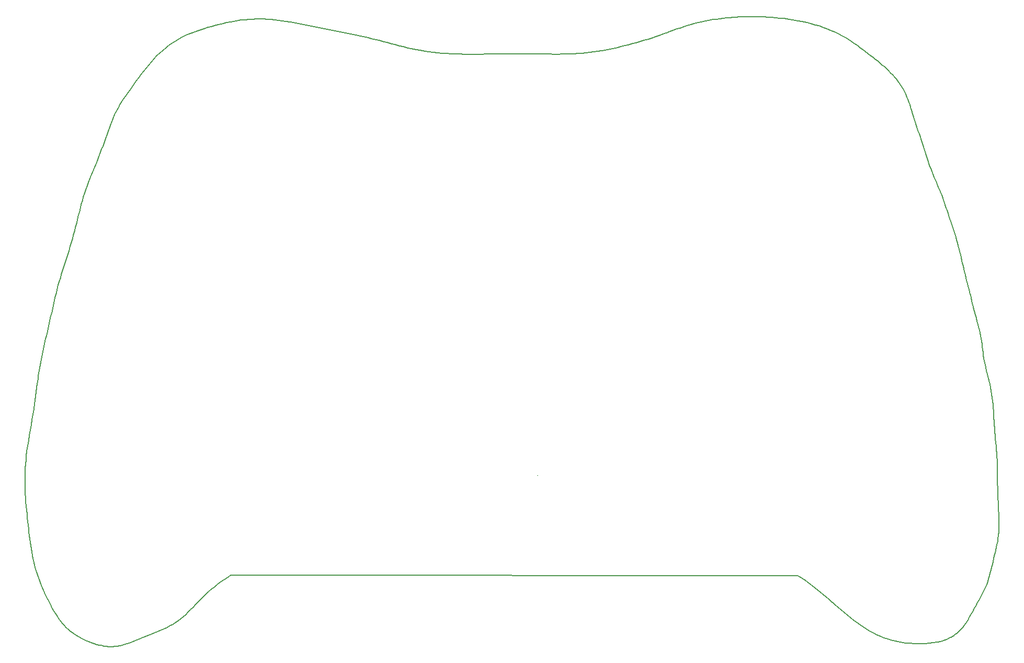
<source format=gm1>
%TF.GenerationSoftware,KiCad,Pcbnew,9.0.2*%
%TF.CreationDate,2025-07-07T16:52:20+05:30*%
%TF.ProjectId,Joystick,4a6f7973-7469-4636-9b2e-6b696361645f,rev?*%
%TF.SameCoordinates,Original*%
%TF.FileFunction,Profile,NP*%
%FSLAX46Y46*%
G04 Gerber Fmt 4.6, Leading zero omitted, Abs format (unit mm)*
G04 Created by KiCad (PCBNEW 9.0.2) date 2025-07-07 16:52:20*
%MOMM*%
%LPD*%
G01*
G04 APERTURE LIST*
%TA.AperFunction,Profile*%
%ADD10C,0.200000*%
%TD*%
%ADD11C,0.200000*%
%TA.AperFunction,Profile*%
%ADD12C,0.100050*%
%TD*%
G04 APERTURE END LIST*
D10*
X108615333Y-155448446D02*
X108359171Y-155190929D01*
X105052776Y-110033479D02*
X104885513Y-110792175D01*
X127974032Y-153420545D02*
X128449634Y-152963912D01*
X151290336Y-58689091D02*
X151799321Y-58788104D01*
X153818986Y-59184006D02*
X154320638Y-59284815D01*
X255409327Y-152930860D02*
X255722057Y-152354129D01*
X118182473Y-158237383D02*
X118833417Y-158024752D01*
D11*
X258851217Y-121608315D02*
X258840913Y-121415219D01*
X258834371Y-121292245D01*
X258825252Y-121120891D01*
X258816121Y-120949970D01*
D10*
X191629337Y-62534930D02*
X192138307Y-62495226D01*
X175299124Y-62663529D02*
X174454077Y-62668720D01*
X160077453Y-60651076D02*
X159317367Y-60449949D01*
X128089911Y-59598870D02*
X127404405Y-59922178D01*
X256879699Y-150221694D02*
X256698447Y-150560004D01*
X218586830Y-56579744D02*
X218963286Y-56571416D01*
X215642183Y-56768995D02*
X214988585Y-56838764D01*
X250577951Y-85975904D02*
X250692672Y-86291177D01*
X251412634Y-88418441D02*
X251532785Y-88775203D01*
X257433235Y-112944274D02*
X257520601Y-113352872D01*
X107732747Y-98810858D02*
X107513641Y-99565945D01*
X147451986Y-57933020D02*
X147963055Y-58033320D01*
X109326435Y-93764126D02*
X109479640Y-93257907D01*
X106189767Y-105067858D02*
X106023765Y-105810895D01*
X102367120Y-137673438D02*
X102315664Y-137182685D01*
X244578614Y-157992959D02*
X244085369Y-157928859D01*
X225680750Y-57004474D02*
X226258201Y-57089172D01*
X116127957Y-73320275D02*
X116311925Y-72884102D01*
X152559344Y-58935897D02*
X153064591Y-59034521D01*
X258417468Y-117260312D02*
X258495949Y-117698844D01*
X163996017Y-61639155D02*
X164536340Y-61757738D01*
X259138985Y-143022170D02*
X259050648Y-143384148D01*
X168160928Y-62353133D02*
X168730744Y-62417449D01*
X102500120Y-138863521D02*
X102582118Y-139552831D01*
X259431892Y-130675509D02*
X259435746Y-131112300D01*
X247982187Y-79263826D02*
X248078880Y-79576619D01*
X121238684Y-65408409D02*
X121562440Y-64994090D01*
X180832129Y-62585525D02*
X180008077Y-62591733D01*
X140085723Y-56968125D02*
X139376456Y-56969181D01*
X102500120Y-138863521D02*
X102446071Y-138396078D01*
X254109092Y-97950083D02*
X254204000Y-98325799D01*
X109698932Y-92498278D02*
X109479640Y-93257907D01*
X204127265Y-59812905D02*
X204598606Y-59650865D01*
X259413089Y-129584109D02*
X259391662Y-128924409D01*
X255760508Y-104537305D02*
X255607816Y-103969388D01*
X143687475Y-57269947D02*
X144179165Y-57342348D01*
X208671885Y-58198995D02*
X207995562Y-58426430D01*
X102302156Y-126970689D02*
X102373421Y-126454129D01*
X113959084Y-79244316D02*
X114144233Y-78765198D01*
X227675573Y-147460970D02*
X228064388Y-147712935D01*
X119706709Y-67440637D02*
X120000213Y-67044542D01*
X219542766Y-56568167D02*
X218963286Y-56571416D01*
X233753395Y-59407958D02*
X234201682Y-59642570D01*
X256523663Y-107380564D02*
X256609959Y-107752788D01*
X229075111Y-148439092D02*
X229545562Y-148799920D01*
X256284849Y-106439546D02*
X256385145Y-106818125D01*
X153818986Y-59184006D02*
X153064591Y-59034521D01*
X183583129Y-62596880D02*
X184134051Y-62604256D01*
X123414559Y-156145043D02*
X124023179Y-155898973D01*
X135299559Y-147045210D02*
X134839179Y-147330850D01*
X259627901Y-140097463D02*
X259593491Y-140526462D01*
X123859264Y-62427368D02*
X123297273Y-62983091D01*
X256722061Y-108303530D02*
X256789552Y-108667685D01*
X248817535Y-81699284D02*
X248622573Y-81189272D01*
X257306095Y-149382131D02*
X257142643Y-149717880D01*
X103152645Y-121895825D02*
X103022171Y-122660521D01*
X130367795Y-150983263D02*
X130036676Y-151320349D01*
X112528813Y-82757940D02*
X112254384Y-83452552D01*
X259455487Y-132902027D02*
X259444508Y-132219504D01*
X103727394Y-117949738D02*
X103797636Y-117411024D01*
X256414653Y-151079403D02*
X256698447Y-150560004D01*
X259095686Y-125027505D02*
X259034246Y-124328579D01*
X108118408Y-97551555D02*
X108278129Y-97047541D01*
X104717181Y-148898032D02*
X104523171Y-148425663D01*
X134108668Y-57676600D02*
X133377063Y-57850406D01*
X249171795Y-82571825D02*
X248953897Y-82044369D01*
X259658743Y-137775331D02*
X259631754Y-137035559D01*
X179458420Y-62598629D02*
X178633153Y-62610920D01*
X190341730Y-62608607D02*
X190860616Y-62585118D01*
X251127629Y-87566269D02*
X250964673Y-87079287D01*
X210988002Y-57535906D02*
X211463109Y-57423713D01*
X212181042Y-57274038D02*
X212659986Y-57181697D01*
X106465840Y-103825638D02*
X106300000Y-104571790D01*
X253443064Y-95178024D02*
X253311805Y-94623762D01*
X146180803Y-57689310D02*
X146687431Y-57784670D01*
X103868498Y-146555868D02*
X103731732Y-146097526D01*
X222925988Y-56705764D02*
X223448260Y-56747955D01*
X187689200Y-62651887D02*
X188228053Y-62652784D01*
X182206542Y-62584890D02*
X182756882Y-62587935D01*
X102932713Y-123166159D02*
X102797606Y-123922339D01*
X102002879Y-132385914D02*
X102025527Y-133216286D01*
X186330794Y-62639158D02*
X185509425Y-62626638D01*
X228576480Y-57541228D02*
X227712521Y-57350223D01*
X119706709Y-67440637D02*
X119274682Y-68026590D01*
X255048585Y-101719808D02*
X255138565Y-102094007D01*
X156316856Y-59712243D02*
X156814970Y-59825945D01*
X103553111Y-145421894D02*
X103443881Y-144976230D01*
X102000000Y-131000000D02*
X101994455Y-131831134D01*
X201691441Y-60583807D02*
X202189500Y-60436886D01*
X230734937Y-149762365D02*
X231274976Y-150213874D01*
X148731719Y-58185563D02*
X147963055Y-58033320D01*
X252973566Y-93296950D02*
X253076769Y-93682461D01*
X220564472Y-56582396D02*
X220997069Y-56595130D01*
D11*
X249562064Y-157892844D02*
X249577572Y-157889793D01*
X249593072Y-157886724D01*
X249608533Y-157883642D01*
X249623985Y-157880541D01*
X249639399Y-157877427D01*
X249654804Y-157874295D01*
X249670172Y-157871150D01*
X249685529Y-157867987D01*
X249700850Y-157864811D01*
X249716161Y-157861616D01*
X249731435Y-157858409D01*
X249746699Y-157855183D01*
X249761926Y-157851944D01*
X249777144Y-157848687D01*
X249792325Y-157845418D01*
X249807496Y-157842130D01*
X249822630Y-157838830D01*
X249837754Y-157835511D01*
X249852842Y-157832180D01*
X249867921Y-157828830D01*
X249882962Y-157825468D01*
X249897994Y-157822088D01*
X249912990Y-157818695D01*
X249927976Y-157815284D01*
X249942925Y-157811861D01*
X249957865Y-157808419D01*
X249972769Y-157804965D01*
X249987663Y-157801493D01*
X250002521Y-157798009D01*
X250017369Y-157794506D01*
X250032181Y-157790992D01*
X250046983Y-157787459D01*
X250061750Y-157783914D01*
X250076507Y-157780351D01*
X250091228Y-157776776D01*
X250105939Y-157773182D01*
X250120615Y-157769577D01*
X250135280Y-157765953D01*
X250149911Y-157762318D01*
X250164531Y-157758664D01*
X250179117Y-157754999D01*
X250193692Y-157751316D01*
X250208232Y-157747620D01*
X250222763Y-157743907D01*
X250237258Y-157740182D01*
X250251743Y-157736438D01*
X250266959Y-157732484D01*
D10*
X259347106Y-142103574D02*
X259267973Y-142475793D01*
X258790755Y-120515454D02*
X258748145Y-119866136D01*
X253877941Y-97017680D02*
X253968726Y-97388872D01*
X118325806Y-69351076D02*
X117943621Y-69912041D01*
X232579614Y-58851252D02*
X231836770Y-58541318D01*
X216676818Y-56677827D02*
X217073183Y-56648967D01*
X171026355Y-62591441D02*
X171601049Y-62619007D01*
X125871680Y-60813024D02*
X126298705Y-60536567D01*
X112079848Y-83917343D02*
X111826975Y-84617313D01*
X135299559Y-147045210D02*
X227080046Y-147111278D01*
X258479944Y-145780999D02*
X258609799Y-145217192D01*
X259627901Y-140097463D02*
X259664189Y-139434433D01*
X110041762Y-91233193D02*
X109840564Y-91991911D01*
X104089545Y-115251116D02*
X103976162Y-116059883D01*
X244409678Y-68813197D02*
X244576817Y-69146741D01*
X105786567Y-151197698D02*
X105562908Y-150755190D01*
X106189767Y-105067858D02*
X106300000Y-104571790D01*
X151290336Y-58689091D02*
X150525010Y-58539712D01*
X124837663Y-61569364D02*
X124242210Y-62069770D01*
X108930116Y-95028565D02*
X108685930Y-95786303D01*
X108615333Y-155448446D02*
X109022718Y-155826100D01*
D11*
X250716113Y-157589617D02*
X250729119Y-157585202D01*
X250742115Y-157580769D01*
X250755083Y-157576325D01*
X250768040Y-157571863D01*
X250780970Y-157567390D01*
X250793889Y-157562899D01*
X250806781Y-157558396D01*
X250819662Y-157553876D01*
X250832516Y-157549344D01*
X250845358Y-157544795D01*
X250858174Y-157540234D01*
X250870979Y-157535656D01*
X250883757Y-157531066D01*
X250896525Y-157526459D01*
X250909265Y-157521840D01*
X250921994Y-157517204D01*
X250934697Y-157512557D01*
X250947388Y-157507892D01*
X250960053Y-157503215D01*
X250972707Y-157498522D01*
X250985335Y-157493816D01*
X250997951Y-157489094D01*
X251010541Y-157484360D01*
X251023120Y-157479609D01*
X251035673Y-157474846D01*
X251048214Y-157470066D01*
X251060729Y-157465275D01*
X251073233Y-157460467D01*
X251085711Y-157455647D01*
X251098178Y-157450810D01*
X251110619Y-157445962D01*
X251123048Y-157441096D01*
X251135452Y-157436219D01*
X251147844Y-157431325D01*
X251160211Y-157426420D01*
X251172566Y-157421498D01*
X251184896Y-157416564D01*
X251197214Y-157411614D01*
X251209507Y-157406652D01*
X251221788Y-157401673D01*
X251234044Y-157396683D01*
X251246289Y-157391676D01*
X251258508Y-157386657D01*
X251270716Y-157381622D01*
X251282898Y-157376576D01*
X251295069Y-157371512D01*
X251307215Y-157366437D01*
X251319349Y-157361346D01*
X251331458Y-157356243D01*
X251343556Y-157351123D01*
X251355629Y-157345993D01*
X251367691Y-157340845D01*
X251367875Y-157340766D01*
D10*
X144924484Y-57464574D02*
X144179165Y-57342348D01*
X112263591Y-157783322D02*
X112970277Y-158059300D01*
X258915334Y-122723983D02*
X258875047Y-122050629D01*
X113485135Y-80430292D02*
X113195757Y-81133700D01*
X117126433Y-71247909D02*
X117348449Y-70858624D01*
X189027885Y-62645020D02*
X189557376Y-62635487D01*
X161358679Y-60990407D02*
X160586829Y-60786466D01*
X132888457Y-57976343D02*
X133377063Y-57850406D01*
X221688163Y-56626188D02*
X220997069Y-56595130D01*
X259672222Y-138972065D02*
X259664189Y-139434433D01*
X129553686Y-151823822D02*
X130036676Y-151320349D01*
X253657855Y-96096101D02*
X253744428Y-96463461D01*
X110358684Y-89973054D02*
X110481060Y-89471253D01*
X244409678Y-68813197D02*
X244141469Y-68313691D01*
X238519852Y-62590414D02*
X238025917Y-62205954D01*
X254348277Y-98892253D02*
X254444637Y-99270557D01*
X106347934Y-152251837D02*
X106123706Y-151843934D01*
X259369976Y-128478881D02*
X259330527Y-127804466D01*
X103904016Y-116600419D02*
X103797636Y-117411024D01*
X105338855Y-108781798D02*
X105454458Y-108284451D01*
X104523399Y-112596227D02*
X104381761Y-113383064D01*
X247226046Y-76888660D02*
X247059723Y-76402235D01*
X124420811Y-155728723D02*
X124023179Y-155898973D01*
X192894382Y-62419753D02*
X193396106Y-62363058D01*
X245854385Y-72852317D02*
X245952046Y-73169330D01*
X111154269Y-157255625D02*
X110739175Y-157028567D01*
X122064239Y-64376265D02*
X122405641Y-63968168D01*
X216676818Y-56677827D02*
X216067000Y-56727734D01*
X232600040Y-151344808D02*
X232213243Y-151012777D01*
X111301391Y-86278172D02*
X111442247Y-85798865D01*
D11*
X253537248Y-155752085D02*
X253555451Y-155732025D01*
X253573633Y-155711870D01*
X253591792Y-155691621D01*
X253609930Y-155671276D01*
X253628045Y-155650836D01*
X253646139Y-155630299D01*
X253664211Y-155609667D01*
X253682261Y-155588938D01*
X253700289Y-155568112D01*
X253718296Y-155547189D01*
X253736281Y-155526169D01*
X253754244Y-155505051D01*
X253772186Y-155483835D01*
X253790107Y-155462521D01*
X253808006Y-155441108D01*
X253825883Y-155419596D01*
X253843739Y-155397985D01*
X253861574Y-155376275D01*
X253879387Y-155354464D01*
X253897179Y-155332553D01*
X253914950Y-155310541D01*
X253932699Y-155288429D01*
X253950428Y-155266215D01*
X253968135Y-155243899D01*
X253975917Y-155234051D01*
D10*
X245854385Y-72852317D02*
X245711334Y-72377838D01*
D11*
X113455277Y-158211408D02*
X113470568Y-158215943D01*
X113485863Y-158220459D01*
X113501141Y-158224948D01*
X113516423Y-158229418D01*
X113531687Y-158233862D01*
X113546955Y-158238286D01*
X113562206Y-158242685D01*
X113577460Y-158247063D01*
X113592696Y-158251415D01*
X113607936Y-158255748D01*
X113623158Y-158260055D01*
X113638384Y-158264342D01*
X113653591Y-158268603D01*
X113668802Y-158272844D01*
X113683995Y-158277060D01*
X113699191Y-158281255D01*
X113714369Y-158285425D01*
X113729549Y-158289575D01*
X113744712Y-158293699D01*
X113759877Y-158297803D01*
X113775024Y-158301881D01*
X113790174Y-158305940D01*
X113805304Y-158309972D01*
X113820438Y-158313985D01*
X113835553Y-158317972D01*
X113850671Y-158321939D01*
X113865769Y-158325880D01*
X113880871Y-158329801D01*
X113895953Y-158333697D01*
X113911038Y-158337572D01*
X113926103Y-158341422D01*
X113941171Y-158345252D01*
X113956219Y-158349057D01*
X113971270Y-158352841D01*
X113986301Y-158356600D01*
X114001335Y-158360338D01*
X114016349Y-158364052D01*
X114031365Y-158367745D01*
X114046362Y-158371412D01*
X114061360Y-158375060D01*
X114076339Y-158378682D01*
X114091319Y-158382284D01*
X114106280Y-158385860D01*
X114121242Y-158389417D01*
X114136184Y-158392948D01*
X114151129Y-158396459D01*
X114166052Y-158399944D01*
X114180978Y-158403410D01*
X114189362Y-158405347D01*
D10*
X106347934Y-152251837D02*
X106682122Y-152840314D01*
X253443064Y-95178024D02*
X253529172Y-95545791D01*
X109698932Y-92498278D02*
X109840564Y-91991911D01*
X259431892Y-130675509D02*
X259423491Y-130021513D01*
X209816104Y-57846133D02*
X210280671Y-57715124D01*
X256874175Y-109207889D02*
X256789552Y-108667685D01*
X146180803Y-57689310D02*
X145424335Y-57550704D01*
X107732747Y-98810858D02*
X107883242Y-98307299D01*
X229874989Y-149061338D02*
X229545562Y-148799920D01*
X163996017Y-61639155D02*
X163192187Y-61454142D01*
X259095686Y-125027505D02*
X259137842Y-125494369D01*
X227130989Y-57239877D02*
X226258201Y-57089172D01*
X243356653Y-157800781D02*
X244085369Y-157928859D01*
X120454060Y-66437535D02*
X120000213Y-67044542D01*
X255510100Y-103592763D02*
X255367062Y-103029400D01*
X106901854Y-153204833D02*
X107229158Y-153725874D01*
X161358679Y-60990407D02*
X161876753Y-61125740D01*
X259297169Y-127348099D02*
X259330527Y-127804466D01*
X178081505Y-62620544D02*
X178633153Y-62610920D01*
X241501480Y-65055420D02*
X241775088Y-65310931D01*
X212181042Y-57274038D02*
X211463109Y-57423713D01*
X234593574Y-153042234D02*
X235206527Y-153548969D01*
X121348427Y-156981214D02*
X120933052Y-157157496D01*
X183583129Y-62596880D02*
X182756882Y-62587935D01*
X102779825Y-141097762D02*
X102868458Y-141743965D01*
X102002879Y-132385914D02*
X101994455Y-131831134D01*
X114413573Y-78040589D02*
X114589757Y-77555891D01*
X257929824Y-115060897D02*
X258036375Y-115498410D01*
X259347106Y-142103574D02*
X259456725Y-141534018D01*
X258711812Y-119434360D02*
X258748145Y-119866136D01*
X254857297Y-153907036D02*
X255195594Y-153319922D01*
X129258862Y-59115578D02*
X128552583Y-59395134D01*
X218586830Y-56579744D02*
X218024993Y-56597721D01*
X248342149Y-158064826D02*
X249081875Y-157979768D01*
X103301933Y-144318692D02*
X103443881Y-144976230D01*
X179458420Y-62598629D02*
X180008077Y-62591733D01*
X126300933Y-154743244D02*
X126823886Y-154386309D01*
X103358705Y-120604048D02*
X103436974Y-120081034D01*
X148731719Y-58185563D02*
X149244483Y-58287229D01*
X115266549Y-75623166D02*
X115015807Y-76343378D01*
X257106981Y-111013136D02*
X257037301Y-110464709D01*
X228576480Y-57541228D02*
X229146575Y-57678941D01*
X247226046Y-76888660D02*
X247334764Y-77211570D01*
X219542766Y-56568167D02*
X219938596Y-56569812D01*
X251127629Y-87566269D02*
X251238327Y-87898149D01*
X187689200Y-62651887D02*
X186876555Y-62646296D01*
X221688163Y-56626188D02*
X222166331Y-56652158D01*
X241501480Y-65055420D02*
X241084763Y-64679860D01*
X138903715Y-56986077D02*
X139376456Y-56969181D01*
X180832129Y-62585525D02*
X181381599Y-62583276D01*
X102242676Y-136423951D02*
X102315664Y-137182685D01*
X107048936Y-101325133D02*
X106865557Y-102077409D01*
X247741477Y-78481907D02*
X247838289Y-78795309D01*
X250716113Y-157589617D02*
X250266959Y-157732484D01*
X128763874Y-152645064D02*
X129235655Y-152156919D01*
X147451986Y-57933020D02*
X146687431Y-57784670D01*
X234593574Y-153042234D02*
X234187398Y-152701933D01*
X104089545Y-115251116D02*
X104167911Y-114713594D01*
X213373537Y-57061347D02*
X213845077Y-56988114D01*
X259544052Y-135292626D02*
X259569455Y-135788255D01*
X256722061Y-108303530D02*
X256609959Y-107752788D01*
X107446964Y-154045474D02*
X107776650Y-154501875D01*
X253537248Y-155752085D02*
X253227762Y-156079757D01*
X248229740Y-80050325D02*
X248334101Y-80369212D01*
X102930808Y-142171399D02*
X103028542Y-142811626D01*
X102708152Y-124425687D02*
X102576263Y-125181804D01*
X102134006Y-135117358D02*
X102196256Y-135909355D01*
D11*
X245618015Y-72061821D02*
X245614898Y-72051264D01*
X245580659Y-71935321D01*
X245546374Y-71819320D01*
X245512011Y-71703247D01*
X245494789Y-71645179D01*
X245477536Y-71587089D01*
X206427385Y-58990591D02*
X206242509Y-59058302D01*
X205996637Y-59148345D01*
X205873426Y-59193439D01*
X205750015Y-59238570D01*
D10*
X199165255Y-61262244D02*
X199673157Y-61135760D01*
X110970581Y-87490463D02*
X111098384Y-87002226D01*
X110970581Y-87490463D02*
X110783753Y-88227498D01*
X131226003Y-150145457D02*
X130874801Y-150478707D01*
X105627422Y-107541469D02*
X105742085Y-107046845D01*
X233753395Y-59407958D02*
X233061980Y-59066295D01*
X244578614Y-157992959D02*
X245324272Y-158070553D01*
X232579614Y-58851252D02*
X233061980Y-59066295D01*
X157562891Y-60004841D02*
X158062234Y-60127482D01*
X105234839Y-150068619D02*
X105020960Y-149604295D01*
D11*
X255048585Y-101719808D02*
X255048048Y-101717577D01*
X254980758Y-101437802D01*
X254947055Y-101297810D01*
X254913295Y-101157739D01*
D10*
X165357860Y-61921505D02*
X165909826Y-62024339D01*
X239312956Y-63217976D02*
X238842825Y-62844174D01*
X102050645Y-133765301D02*
X102096178Y-134582283D01*
X130367795Y-150983263D02*
X130874801Y-150478707D01*
X184959713Y-62617517D02*
X184134051Y-62604256D01*
X246105628Y-73647486D02*
X245952046Y-73169330D01*
X104778131Y-111303330D02*
X104885513Y-110792175D01*
X169590040Y-62495634D02*
X170164086Y-62540670D01*
X113002917Y-81599112D02*
X113195757Y-81133700D01*
X104293939Y-113913437D02*
X104381761Y-113383064D01*
X196639476Y-61829285D02*
X197141342Y-61726650D01*
X248817535Y-81699284D02*
X248953897Y-82044369D01*
X134175674Y-147772121D02*
X134839179Y-147330850D01*
X142471013Y-57116312D02*
X142954633Y-57170771D01*
X252381465Y-91309469D02*
X252184389Y-90704941D01*
X238788518Y-156089115D02*
X239442950Y-156449128D01*
X172461140Y-62646047D02*
X171601049Y-62619007D01*
X213373537Y-57061347D02*
X212659986Y-57181697D01*
X257433235Y-112944274D02*
X257313500Y-112342880D01*
X114413573Y-78040589D02*
X114144233Y-78765198D01*
X259489319Y-134074748D02*
X259465668Y-133363835D01*
X123859264Y-62427368D02*
X124242210Y-62069770D01*
X130454885Y-58692283D02*
X129733892Y-58938356D01*
X254588056Y-99838280D02*
X254444637Y-99270557D01*
X257992217Y-147643033D02*
X258154915Y-147094053D01*
X259440508Y-131774063D02*
X259435746Y-131112300D01*
X110167936Y-156674833D02*
X110739175Y-157028567D01*
X102367120Y-137673438D02*
X102446071Y-138396078D01*
X120454060Y-66437535D02*
X120762148Y-66028587D01*
X243943871Y-67984175D02*
X243631636Y-67495649D01*
X208671885Y-58198995D02*
X209125727Y-58052184D01*
D11*
X178081505Y-62620544D02*
X177808534Y-62625404D01*
X177472784Y-62631450D01*
X177271130Y-62635100D01*
X177252124Y-62635444D01*
D10*
X205292298Y-59403985D02*
X204598606Y-59650865D01*
X156316856Y-59712243D02*
X155569492Y-59546371D01*
X126300933Y-154743244D02*
X125943926Y-154967488D01*
D11*
X251775153Y-157134974D02*
X251786181Y-157129086D01*
X251797198Y-157123181D01*
X251808197Y-157117263D01*
X251819184Y-157111328D01*
X251830154Y-157105380D01*
X251841112Y-157099416D01*
X251852053Y-157093439D01*
X251862982Y-157087445D01*
X251873894Y-157081438D01*
X251884794Y-157075414D01*
X251895676Y-157069377D01*
X251906547Y-157063324D01*
X251917401Y-157057258D01*
X251928242Y-157051175D01*
X251939067Y-157045079D01*
X251949880Y-157038966D01*
X251960675Y-157032841D01*
X251971459Y-157026699D01*
X251982226Y-157020543D01*
X251992980Y-157014372D01*
X252003718Y-157008187D01*
X252014444Y-157001986D01*
X252025153Y-156995772D01*
X252035850Y-156989541D01*
X252046530Y-156983297D01*
X252057198Y-156977037D01*
X252067849Y-156970764D01*
X252078489Y-156964475D01*
X252089111Y-156958172D01*
X252099722Y-156951853D01*
X252110315Y-156945521D01*
X252120897Y-156939172D01*
X252131462Y-156932810D01*
X252142015Y-156926433D01*
X252152551Y-156920042D01*
X252163076Y-156913634D01*
X252173583Y-156907214D01*
X252184079Y-156900777D01*
X252194558Y-156894327D01*
X252205025Y-156887861D01*
X252215475Y-156881382D01*
X252225914Y-156874887D01*
X252236336Y-156868378D01*
X252246746Y-156861853D01*
X252257139Y-156855315D01*
X252267520Y-156848761D01*
X252277885Y-156842194D01*
X252288238Y-156835611D01*
X252298574Y-156829014D01*
X252308899Y-156822402D01*
X252319207Y-156815776D01*
X252329503Y-156809134D01*
X252339782Y-156802479D01*
X252350050Y-156795807D01*
X252359411Y-156789704D01*
D10*
X105052776Y-110033479D02*
X105166110Y-109530500D01*
X235618913Y-153879944D02*
X235206527Y-153548969D01*
X144924484Y-57464574D02*
X145424335Y-57550704D01*
X229981435Y-57911498D02*
X230528208Y-58076816D01*
X119258769Y-157861713D02*
X119891176Y-157604799D01*
X141272371Y-57013201D02*
X141749574Y-57046174D01*
X162663529Y-61324432D02*
X161876753Y-61125740D01*
X259516942Y-141138041D02*
X259456725Y-141534018D01*
X103100062Y-143239497D02*
X103214907Y-143884128D01*
X102000000Y-131000000D02*
X102011416Y-130447737D01*
X115266549Y-75623166D02*
X115433694Y-75147161D01*
X258916395Y-143927451D02*
X259050648Y-143384148D01*
X255274903Y-102655053D02*
X255367062Y-103029400D01*
X244798563Y-69644912D02*
X244935325Y-69975180D01*
X158814301Y-60319317D02*
X158062234Y-60127482D01*
X102779825Y-141097762D02*
X102722079Y-140663627D01*
X254821782Y-100781729D02*
X254682737Y-100216388D01*
X238519852Y-62590414D02*
X238842825Y-62844174D01*
X126957943Y-60159419D02*
X126298705Y-60536567D01*
X194144772Y-62262314D02*
X194643036Y-62189028D01*
X257306095Y-149382131D02*
X257538941Y-148874962D01*
X207547696Y-58584595D02*
X206876500Y-58826225D01*
X115893012Y-158589463D02*
X115412879Y-158579487D01*
X246659129Y-75261713D02*
X246774123Y-75587423D01*
X236658903Y-154680483D02*
X236240718Y-154367650D01*
X257106981Y-111013136D02*
X257157095Y-111383568D01*
X217647497Y-56615902D02*
X218024993Y-56597721D01*
X246946069Y-76076492D02*
X247059723Y-76402235D01*
X104778131Y-111303330D02*
X104621723Y-112075372D01*
X235856250Y-60642167D02*
X236243549Y-60900724D01*
X237714398Y-155422920D02*
X238355732Y-155835379D01*
X240071399Y-63829393D02*
X240367113Y-64071505D01*
X252693587Y-92314127D02*
X252810897Y-92711589D01*
X175299124Y-62663529D02*
X175860222Y-62657706D01*
X165357860Y-61921505D02*
X164536340Y-61757738D01*
X247741477Y-78481907D02*
X247593822Y-78009554D01*
X131667874Y-58314906D02*
X132155547Y-58173842D01*
X103100062Y-143239497D02*
X103028542Y-142811626D01*
X102637717Y-140000683D02*
X102582118Y-139552831D01*
X254857297Y-153907036D02*
X254622734Y-154296403D01*
X130454885Y-58692283D02*
X130938193Y-58535148D01*
X251722491Y-89334602D02*
X251532785Y-88775203D01*
X102134006Y-135117358D02*
X102096178Y-134582283D01*
X155070443Y-59440386D02*
X155569492Y-59546371D01*
X102492787Y-125688952D02*
X102373421Y-126454129D01*
X251722491Y-89334602D02*
X251852074Y-89716300D01*
X102930808Y-142171399D02*
X102868458Y-141743965D01*
X150013167Y-58439050D02*
X149244483Y-58287229D01*
X133123661Y-148532858D02*
X133744142Y-148071402D01*
X120308681Y-157426294D02*
X119891176Y-157604799D01*
X113959084Y-79244316D02*
X113676917Y-79958752D01*
X230734937Y-149762365D02*
X230382580Y-149471099D01*
X256993142Y-110104531D02*
X257037301Y-110464709D01*
D11*
X257929824Y-115060897D02*
X257898701Y-114933689D01*
X257862754Y-114787072D01*
X257816926Y-114600431D01*
X257805875Y-114555448D01*
X257770060Y-114409632D01*
D10*
X251412634Y-88418441D02*
X251238327Y-87898149D01*
X102708152Y-124425687D02*
X102797606Y-123922339D01*
X155070443Y-59440386D02*
X154320638Y-59284815D01*
X128089911Y-59598870D02*
X128552583Y-59395134D01*
X256414653Y-151079403D02*
X256221623Y-151432249D01*
X246659129Y-75261713D02*
X246487604Y-74774157D01*
X127159682Y-154125476D02*
X127653489Y-153714529D01*
X102150633Y-128282106D02*
X102081439Y-129084308D01*
X249923151Y-84331367D02*
X249701054Y-83810712D01*
X255923841Y-151980678D02*
X256221623Y-151432249D01*
X245380268Y-71268725D02*
X245477536Y-71587089D01*
X247491704Y-77691536D02*
X247334764Y-77211570D01*
X259544052Y-135292626D02*
X259508474Y-134555837D01*
X250269689Y-85171982D02*
X250398700Y-85498388D01*
X250577951Y-85975904D02*
X250398700Y-85498388D01*
X113002917Y-81599112D02*
X112715766Y-82295076D01*
X162663529Y-61324432D02*
X163192187Y-61454142D01*
X242812935Y-66417433D02*
X242435342Y-65985056D01*
X195390189Y-62064391D02*
X195888827Y-61975673D01*
X248503512Y-80858200D02*
X248334101Y-80369212D01*
X182206542Y-62584890D02*
X181381599Y-62583276D01*
X247087689Y-158128530D02*
X246582622Y-158130599D01*
X258189978Y-116159260D02*
X258036375Y-115498410D01*
X236800304Y-61292670D02*
X236243549Y-60900724D01*
X258916395Y-143927451D02*
X258827368Y-144291587D01*
X245380268Y-71268725D02*
X245227916Y-70788513D01*
X142471013Y-57116312D02*
X141749574Y-57046174D01*
X107375399Y-100068978D02*
X107175101Y-100823079D01*
X243407401Y-67178937D02*
X243058221Y-66714163D01*
X171026355Y-62591441D02*
X170164086Y-62540670D01*
X126957943Y-60159419D02*
X127404405Y-59922178D01*
X110662406Y-88723548D02*
X110481060Y-89471253D01*
X173886982Y-62667083D02*
X174454077Y-62668720D01*
X255923841Y-151980678D02*
X255722057Y-152354129D01*
X249562064Y-157892844D02*
X249081875Y-157979768D01*
X258996819Y-123866077D02*
X258944913Y-123177022D01*
X108118408Y-97551555D02*
X107883242Y-98307299D01*
X157562891Y-60004841D02*
X156814970Y-59825945D01*
X158814301Y-60319317D02*
X159317367Y-60449949D01*
X237685101Y-61946199D02*
X238025917Y-62205954D01*
X103358705Y-120604048D02*
X103237520Y-121382799D01*
X103301933Y-144318692D02*
X103214907Y-143884128D01*
X133123661Y-148532858D02*
X132720602Y-148845361D01*
X152559344Y-58935897D02*
X151799321Y-58788104D01*
X108004599Y-154783957D02*
X107776650Y-154501875D01*
X259489319Y-134074748D02*
X259508474Y-134555837D01*
X106465840Y-103825638D02*
X106577292Y-103327346D01*
X258417468Y-117260312D02*
X258287666Y-116600339D01*
X132888457Y-57976343D02*
X132155547Y-58173842D01*
X250856758Y-86762784D02*
X250692672Y-86291177D01*
X257992217Y-147643033D02*
X257875879Y-148003617D01*
X103904016Y-116600419D02*
X103976162Y-116059883D01*
X227080046Y-147111278D02*
X227426851Y-147307026D01*
X191629337Y-62534930D02*
X190860616Y-62585118D01*
X102050645Y-133765301D02*
X102025527Y-133216286D01*
X256879699Y-150221694D02*
X257142643Y-149717880D01*
X229981435Y-57911498D02*
X229146575Y-57678941D01*
X252051159Y-90306441D02*
X251852074Y-89716300D01*
X172461140Y-62646047D02*
X173033231Y-62658928D01*
X228340976Y-147904147D02*
X228771327Y-148211618D01*
X256023554Y-105488460D02*
X256129652Y-105869544D01*
X131226003Y-150145457D02*
X131766053Y-149649920D01*
X240071399Y-63829393D02*
X239621134Y-63464560D01*
X257246623Y-111954807D02*
X257157095Y-111383568D01*
X247982187Y-79263826D02*
X247838289Y-78795309D01*
X129553686Y-151823822D02*
X129235655Y-152156919D01*
X112079848Y-83917343D02*
X112254384Y-83452552D01*
X105911715Y-106305398D02*
X105742085Y-107046845D01*
X205292298Y-59403985D02*
X205750015Y-59238570D01*
X114846716Y-76827815D02*
X115015807Y-76343378D01*
X250269689Y-85171982D02*
X250067147Y-84673469D01*
X258189978Y-116159260D02*
X258287666Y-116600339D01*
X259658743Y-137775331D02*
X259671329Y-138262567D01*
X254242668Y-154865050D02*
X253975917Y-155234051D01*
X115687781Y-74447551D02*
X115433694Y-75147161D01*
X200433682Y-60935947D02*
X199673157Y-61135760D01*
X108522354Y-96290958D02*
X108685930Y-95786303D01*
X116127957Y-73320275D02*
X115859826Y-73988292D01*
X102637717Y-140000683D02*
X102722079Y-140663627D01*
X245826456Y-158101938D02*
X245324272Y-158070553D01*
X243407401Y-67178937D02*
X243631636Y-67495649D01*
X257679265Y-148529786D02*
X257875879Y-148003617D01*
X252381465Y-91309469D02*
X252510262Y-91712985D01*
X186330794Y-62639158D02*
X186876555Y-62646296D01*
X132141869Y-149325573D02*
X131766053Y-149649920D01*
X235618913Y-153879944D02*
X236240718Y-154367650D01*
X249549120Y-83457726D02*
X249701054Y-83810712D01*
X134108668Y-57676600D02*
X134595466Y-57567180D01*
X259201027Y-126193624D02*
X259137842Y-125494369D01*
X118182473Y-158237383D02*
X117742133Y-158362138D01*
X254821782Y-100781729D02*
X254913295Y-101157739D01*
X258592087Y-118352243D02*
X258495949Y-117698844D01*
X118996176Y-68408938D02*
X118587499Y-68976614D01*
D11*
X117063285Y-158496222D02*
X117090176Y-158491888D01*
X117117078Y-158487472D01*
X117143991Y-158482973D01*
X117170916Y-158478390D01*
X117197853Y-158473725D01*
X117224802Y-158468976D01*
X117251764Y-158464144D01*
X117278738Y-158459229D01*
X117305724Y-158454230D01*
X117332724Y-158449147D01*
X117359737Y-158443981D01*
X117386763Y-158438730D01*
X117413803Y-158433396D01*
X117440856Y-158427977D01*
X117467924Y-158422474D01*
X117495006Y-158416887D01*
X117522102Y-158411215D01*
X117549213Y-158405458D01*
X117576339Y-158399616D01*
X117603479Y-158393690D01*
X117630636Y-158387678D01*
X117657807Y-158381581D01*
X117684995Y-158375398D01*
X117712198Y-158369130D01*
X117739418Y-158362776D01*
X117742133Y-158362138D01*
D10*
X105627422Y-107541469D02*
X105454458Y-108284451D01*
X112528813Y-82757940D02*
X112715766Y-82295076D01*
X258696303Y-144845099D02*
X258609799Y-145217192D01*
X197898028Y-61560799D02*
X197141342Y-61726650D01*
X258851217Y-121608315D02*
X258875047Y-122050629D01*
X114846716Y-76827815D02*
X114589757Y-77555891D01*
X254109092Y-97950083D02*
X253968726Y-97388872D01*
X106748756Y-102577840D02*
X106577292Y-103327346D01*
D11*
X115893012Y-158589463D02*
X115906300Y-158589461D01*
X115919584Y-158589438D01*
X115932862Y-158589396D01*
X115946135Y-158589334D01*
X115959404Y-158589251D01*
X115972667Y-158589149D01*
X115985925Y-158589027D01*
X115999179Y-158588885D01*
X116012427Y-158588723D01*
X116025670Y-158588541D01*
X116038908Y-158588339D01*
X116052141Y-158588117D01*
X116065369Y-158587875D01*
X116078592Y-158587613D01*
X116091810Y-158587332D01*
X116105023Y-158587030D01*
X116118230Y-158586709D01*
X116131433Y-158586368D01*
X116144630Y-158586007D01*
X116157822Y-158585626D01*
X116171009Y-158585225D01*
X116184191Y-158584804D01*
X116197368Y-158584364D01*
X116210539Y-158583903D01*
X116223705Y-158583423D01*
X116236866Y-158582923D01*
X116250022Y-158582403D01*
X116263173Y-158581863D01*
X116276318Y-158581304D01*
X116289458Y-158580725D01*
X116302593Y-158580126D01*
X116315722Y-158579507D01*
X116328846Y-158578868D01*
X116341965Y-158578210D01*
X116355079Y-158577532D01*
X116368187Y-158576834D01*
X116381290Y-158576117D01*
X116394388Y-158575379D01*
X116407480Y-158574622D01*
X116420567Y-158573845D01*
X116433648Y-158573049D01*
X116446725Y-158572233D01*
X116459795Y-158571397D01*
X116472861Y-158570541D01*
X116485921Y-158569666D01*
X116498975Y-158568771D01*
X116512024Y-158567856D01*
X116525068Y-158566922D01*
X116538106Y-158565968D01*
X116551139Y-158564995D01*
X116564166Y-158564001D01*
X116577188Y-158562988D01*
X116602870Y-158560932D01*
D10*
X258252603Y-146721078D02*
X258392046Y-146157834D01*
X257667485Y-113983299D02*
X257770060Y-114409632D01*
X246375641Y-74450766D02*
X246487604Y-74774157D01*
X258711812Y-119434360D02*
X258647647Y-118786187D01*
D11*
X256023554Y-105488460D02*
X255987935Y-105360621D01*
X255926138Y-105138783D01*
X255895280Y-105027898D01*
X255864469Y-104917044D01*
D10*
X141272371Y-57013201D02*
X140559177Y-56976953D01*
X239885650Y-156665107D02*
X239442950Y-156449128D01*
X105911715Y-106305398D02*
X106023765Y-105810895D01*
X242812935Y-66417433D02*
X243058221Y-66714163D01*
D11*
X120308681Y-157426294D02*
X120406608Y-157384246D01*
X120517022Y-157336755D01*
X120649674Y-157279622D01*
X120764462Y-157230149D01*
X120933052Y-157157496D01*
D10*
X207547696Y-58584595D02*
X207995562Y-58426430D01*
X109326435Y-93764126D02*
X109091317Y-94523088D01*
X258696303Y-144845099D02*
X258827368Y-144291587D01*
X229075111Y-148439092D02*
X228771327Y-148211618D01*
X254588056Y-99838280D02*
X254682737Y-100216388D01*
X249923151Y-84331367D02*
X250067147Y-84673469D01*
X259138985Y-143022170D02*
X259267973Y-142475793D01*
X122064239Y-64376265D02*
X121562440Y-64994090D01*
X140085723Y-56968125D02*
X140559177Y-56976953D01*
X231320557Y-58349758D02*
X231836770Y-58541318D01*
X239885650Y-156665107D02*
X240556012Y-156966670D01*
X252051159Y-90306441D02*
X252184389Y-90704941D01*
X245115859Y-70464667D02*
X244935325Y-69975180D01*
X245618015Y-72061821D02*
X245711334Y-72377838D01*
D11*
X252718013Y-156519445D02*
X252737362Y-156504130D01*
X252756670Y-156488746D01*
X252775937Y-156473291D01*
X252795163Y-156457767D01*
X252814348Y-156442173D01*
X252833493Y-156426509D01*
X252852597Y-156410776D01*
X252871660Y-156394972D01*
X252890682Y-156379098D01*
X252909664Y-156363154D01*
X252928604Y-156347140D01*
X252947504Y-156331055D01*
X252966363Y-156314901D01*
X252985181Y-156298676D01*
X253003959Y-156282380D01*
X253022695Y-156266014D01*
X253041391Y-156249578D01*
X253060046Y-156233071D01*
X253078660Y-156216493D01*
X253097233Y-156199845D01*
X253115765Y-156183126D01*
X253134256Y-156166336D01*
X253152707Y-156149475D01*
X253171116Y-156132543D01*
X253189485Y-156115541D01*
X253207812Y-156098467D01*
X253226099Y-156081322D01*
X253227762Y-156079757D01*
D10*
X110358684Y-89973054D02*
X110171789Y-90728045D01*
X124420811Y-155728723D02*
X125007939Y-155463600D01*
X111669131Y-85088120D02*
X111442247Y-85798865D01*
X107375399Y-100068978D02*
X107513641Y-99565945D01*
X228340976Y-147904147D02*
X228064388Y-147712935D01*
X110041762Y-91233193D02*
X110171789Y-90728045D01*
X118996176Y-68408938D02*
X119274682Y-68026590D01*
X259369976Y-128478881D02*
X259391662Y-128924409D01*
X111669131Y-85088120D02*
X111826975Y-84617313D01*
X143687475Y-57269947D02*
X142954633Y-57170771D01*
X102150633Y-128282106D02*
X102204349Y-127752482D01*
X244798563Y-69644912D02*
X244576817Y-69146741D01*
X121238684Y-65408409D02*
X120762148Y-66028587D01*
X111301391Y-86278172D02*
X111098384Y-87002226D01*
X258790755Y-120515454D02*
X258816121Y-120949970D01*
X125871680Y-60813024D02*
X125243043Y-61251115D01*
X125387220Y-155271916D02*
X125943926Y-154967488D01*
X116603603Y-72253679D02*
X116311925Y-72884102D01*
X259413089Y-129584109D02*
X259423491Y-130021513D01*
X259516942Y-141138041D02*
X259593491Y-140526462D01*
X104256973Y-147718828D02*
X104090361Y-147249996D01*
X209816104Y-57846133D02*
X209125727Y-58052184D01*
X125387220Y-155271916D02*
X125007939Y-155463600D01*
X117063285Y-158496222D02*
X116602870Y-158560932D01*
X127974032Y-153420545D02*
X127653489Y-153714529D01*
X115687781Y-74447551D02*
X115859826Y-73988292D01*
D11*
X114680258Y-158491827D02*
X114694381Y-158494042D01*
X114708503Y-158496236D01*
X114722609Y-158498407D01*
X114736714Y-158500559D01*
X114750804Y-158502687D01*
X114764891Y-158504795D01*
X114778963Y-158506880D01*
X114793034Y-158508945D01*
X114807089Y-158510988D01*
X114821142Y-158513010D01*
X114835179Y-158515009D01*
X114849215Y-158516988D01*
X114863235Y-158518945D01*
X114877253Y-158520881D01*
X114891255Y-158522795D01*
X114905255Y-158524688D01*
X114919240Y-158526559D01*
X114933222Y-158528409D01*
X114947189Y-158530238D01*
X114961153Y-158532045D01*
X114975102Y-158533831D01*
X114989048Y-158535596D01*
X115002978Y-158537339D01*
X115016907Y-158539061D01*
X115030819Y-158540761D01*
X115044729Y-158542441D01*
X115058622Y-158544099D01*
X115072514Y-158545736D01*
X115086389Y-158547351D01*
X115100262Y-158548946D01*
X115114118Y-158550519D01*
X115127972Y-158552071D01*
X115141810Y-158553602D01*
X115155646Y-158555112D01*
X115169465Y-158556600D01*
X115183281Y-158558067D01*
X115197081Y-158559513D01*
X115210879Y-158560939D01*
X115224660Y-158562342D01*
X115238438Y-158563725D01*
X115252200Y-158565087D01*
X115265959Y-158566428D01*
X115279702Y-158567747D01*
X115293442Y-158569046D01*
X115307165Y-158570324D01*
X115320885Y-158571581D01*
X115334589Y-158572816D01*
X115348290Y-158574031D01*
X115361974Y-158575224D01*
X115375656Y-158576397D01*
X115389320Y-158577549D01*
X115402982Y-158578680D01*
X115412879Y-158579487D01*
D10*
X129258862Y-59115578D02*
X129733892Y-58938356D01*
X253220032Y-94249546D02*
X253076769Y-93682461D01*
X202925893Y-60208204D02*
X202189500Y-60436886D01*
X102302156Y-126970689D02*
X102204349Y-127752482D01*
X103548703Y-119287347D02*
X103621353Y-118754941D01*
X117126433Y-71247909D02*
X116805142Y-71842809D01*
X245826456Y-158101938D02*
X246582622Y-158130599D01*
X245115859Y-70464667D02*
X245227916Y-70788513D01*
X110662406Y-88723548D02*
X110783753Y-88227498D01*
X256993142Y-110104531D02*
X256925159Y-109566561D01*
D12*
X185038972Y-130929832D02*
G75*
G02*
X184938922Y-130929832I-50025J0D01*
G01*
X184938922Y-130929832D02*
G75*
G02*
X185038972Y-130929832I50025J0D01*
G01*
D10*
X103727394Y-117949738D02*
X103621353Y-118754941D01*
X135322456Y-57420564D02*
X135805595Y-57330389D01*
X220564472Y-56582396D02*
X219938596Y-56569812D01*
X242174210Y-65710763D02*
X242435342Y-65985056D01*
X173886982Y-62667083D02*
X173033231Y-62658928D01*
X104293939Y-113913437D02*
X104167911Y-114713594D01*
X214536224Y-56894788D02*
X214988585Y-56838764D01*
X248342149Y-158064826D02*
X247843518Y-158105105D01*
X194144772Y-62262314D02*
X193396106Y-62363058D01*
X255510100Y-103592763D02*
X255607816Y-103969388D01*
X199165255Y-61262244D02*
X198403930Y-61445706D01*
X160077453Y-60651076D02*
X160586829Y-60786466D01*
X227130989Y-57239877D02*
X227712521Y-57350223D01*
X166747741Y-62161372D02*
X167309951Y-62245490D01*
X122936007Y-63371906D02*
X123297273Y-62983091D01*
X255274903Y-102655053D02*
X255138565Y-102094007D01*
X102048562Y-129627191D02*
X102011416Y-130447737D01*
X233585276Y-152189696D02*
X233187201Y-151849116D01*
X176696520Y-62644920D02*
X177252124Y-62635444D01*
X122936007Y-63371906D02*
X122405641Y-63968168D01*
X242174210Y-65710763D02*
X241775088Y-65310931D01*
X257246623Y-111954807D02*
X257313500Y-112342880D01*
X243356653Y-157800781D02*
X242875679Y-157702142D01*
X117700976Y-70288494D02*
X117943621Y-69912041D01*
X224266355Y-56829040D02*
X224823368Y-56890835D01*
X250856758Y-86762784D02*
X250964673Y-87079287D01*
X259672222Y-138972065D02*
X259671329Y-138262567D01*
X242166794Y-157519612D02*
X242875679Y-157702142D01*
D11*
X254348277Y-98892253D02*
X254317988Y-98773375D01*
X254260942Y-98549461D01*
X254204000Y-98325799D01*
D10*
X252693587Y-92314127D02*
X252510262Y-91712985D01*
X136526173Y-57215585D02*
X137004883Y-57147772D01*
X248503512Y-80858200D02*
X248622573Y-81189272D01*
X248229740Y-80050325D02*
X248078880Y-79576619D01*
X117700976Y-70288494D02*
X117348449Y-70858624D01*
X234843521Y-60009187D02*
X234201682Y-59642570D01*
X246946069Y-76076492D02*
X246774123Y-75587423D01*
X124837663Y-61569364D02*
X125243043Y-61251115D01*
X136526173Y-57215585D02*
X135805595Y-57330389D01*
X103553111Y-145421894D02*
X103731732Y-146097526D01*
X215642183Y-56768995D02*
X216067000Y-56727734D01*
X239312956Y-63217976D02*
X239621134Y-63464560D01*
X168160928Y-62353133D02*
X167309951Y-62245490D01*
X204127265Y-59812905D02*
X203411863Y-60052714D01*
X240800150Y-64435423D02*
X241084763Y-64679860D01*
X253877941Y-97017680D02*
X253744428Y-96463461D01*
X103152645Y-121895825D02*
X103237520Y-121382799D01*
X259607797Y-136536890D02*
X259569455Y-135788255D01*
X134175674Y-147772121D02*
X133744142Y-148071402D01*
X258996819Y-123866077D02*
X259034246Y-124328579D01*
X259455487Y-132902027D02*
X259465668Y-133363835D01*
X131667874Y-58314906D02*
X130938193Y-58535148D01*
X241010443Y-157142492D02*
X240556012Y-156966670D01*
D11*
X232600040Y-151344808D02*
X232833977Y-151545726D01*
X232903306Y-151605279D01*
X233187201Y-151849116D01*
D10*
X252718013Y-156519445D02*
X252359411Y-156789704D01*
X103548703Y-119287347D02*
X103436974Y-120081034D01*
X105234839Y-150068619D02*
X105562908Y-150755190D01*
X240800150Y-64435423D02*
X240367113Y-64071505D01*
X110167936Y-156674833D02*
X109808927Y-156435807D01*
X259297169Y-127348099D02*
X259241934Y-126658167D01*
X236658903Y-154680483D02*
X237289665Y-155136275D01*
X137719068Y-57069056D02*
X137004883Y-57147772D01*
X166747741Y-62161372D02*
X165909826Y-62024339D01*
X109324799Y-156071471D02*
X109808927Y-156435807D01*
X114680258Y-158491827D02*
X114189362Y-158405347D01*
X259607797Y-136536890D02*
X259631754Y-137035559D01*
X234843521Y-60009187D02*
X235259684Y-60258532D01*
X237714398Y-155422920D02*
X237289665Y-155136275D01*
X256284849Y-106439546D02*
X256129652Y-105869544D01*
X137719068Y-57069056D02*
X138193866Y-57026123D01*
X231320557Y-58349758D02*
X230528208Y-58076816D01*
X107048936Y-101325133D02*
X107175101Y-100823079D01*
X256874175Y-109207889D02*
X256925159Y-109566561D01*
X111154269Y-157255625D02*
X111804398Y-157583852D01*
X249171795Y-82571825D02*
X249320907Y-82925837D01*
X258479944Y-145780999D02*
X258392046Y-146157834D01*
X138903715Y-56986077D02*
X138193866Y-57026123D01*
X197898028Y-61560799D02*
X198403930Y-61445706D01*
X258252603Y-146721078D02*
X258154915Y-147094053D01*
X201691441Y-60583807D02*
X200939255Y-60798835D01*
X104717181Y-148898032D02*
X105020960Y-149604295D01*
X237685101Y-61946199D02*
X237162484Y-61554552D01*
X238788518Y-156089115D02*
X238355732Y-155835379D01*
X190341730Y-62608607D02*
X189557376Y-62635487D01*
X118325806Y-69351076D02*
X118587499Y-68976614D01*
X241010443Y-157142492D02*
X241699279Y-157383574D01*
X123414559Y-156145043D02*
X123005237Y-156307850D01*
X128763874Y-152645064D02*
X128449634Y-152963912D01*
X257679265Y-148529786D02*
X257538941Y-148874962D01*
X122385557Y-156554625D02*
X123005237Y-156307850D01*
X105338855Y-108781798D02*
X105166110Y-109530500D01*
X102242676Y-136423951D02*
X102196256Y-135909355D01*
X217647497Y-56615902D02*
X217073183Y-56648967D01*
X247087689Y-158128530D02*
X247843518Y-158105105D01*
X102492787Y-125688952D02*
X102576263Y-125181804D01*
X102048562Y-129627191D02*
X102081439Y-129084308D01*
X104256973Y-147718828D02*
X104523171Y-148425663D01*
X246105628Y-73647486D02*
X246210965Y-73967506D01*
X106901854Y-153204833D02*
X106682122Y-152840314D01*
X253657855Y-96096101D02*
X253529172Y-95545791D01*
X121348427Y-156981214D02*
X121971201Y-156721796D01*
X224266355Y-56829040D02*
X223448260Y-56747955D01*
X108522354Y-96290958D02*
X108278129Y-97047541D01*
X229874989Y-149061338D02*
X230382580Y-149471099D01*
X231646588Y-150529136D02*
X232213243Y-151012777D01*
X122385557Y-156554625D02*
X121971201Y-156721796D01*
X112263591Y-157783322D02*
X111804398Y-157583852D01*
X258915334Y-122723983D02*
X258944913Y-123177022D01*
X235856250Y-60642167D02*
X235259684Y-60258532D01*
X254242668Y-154865050D02*
X254622734Y-154296403D01*
X252973566Y-93296950D02*
X252810897Y-92711589D01*
X119258769Y-157861713D02*
X118833417Y-158024752D01*
X184959713Y-62617517D02*
X185509425Y-62626638D01*
X116603603Y-72253679D02*
X116805142Y-71842809D01*
X150013167Y-58439050D02*
X150525010Y-58539712D01*
X246375641Y-74450766D02*
X246210965Y-73967506D01*
X132141869Y-149325573D02*
X132720602Y-148845361D01*
X214536224Y-56894788D02*
X213845077Y-56988114D01*
X195390189Y-62064391D02*
X194643036Y-62189028D01*
X247491704Y-77691536D02*
X247593822Y-78009554D01*
X206427385Y-58990591D02*
X206876500Y-58826225D01*
X108004599Y-154783957D02*
X108359171Y-155190929D01*
X227675573Y-147460970D02*
X227426851Y-147307026D01*
X104523399Y-112596227D02*
X104621723Y-112075372D01*
X243943871Y-67984175D02*
X244141469Y-68313691D01*
X103868498Y-146555868D02*
X104090361Y-147249996D01*
X233585276Y-152189696D02*
X234187398Y-152701933D01*
X176696520Y-62644920D02*
X175860222Y-62657706D01*
X253220032Y-94249546D02*
X253311805Y-94623762D01*
X257667485Y-113983299D02*
X257520601Y-113352872D01*
X255760508Y-104537305D02*
X255864469Y-104917044D01*
X105786567Y-151197698D02*
X106123706Y-151843934D01*
X108930116Y-95028565D02*
X109091317Y-94523088D01*
X259440508Y-131774063D02*
X259444508Y-132219504D01*
X251775153Y-157134974D02*
X251367875Y-157340766D01*
X196639476Y-61829285D02*
X195888827Y-61975673D01*
X113485135Y-80430292D02*
X113676917Y-79958752D01*
X259201027Y-126193624D02*
X259241934Y-126658167D01*
X192894382Y-62419753D02*
X192138307Y-62495226D01*
X256523663Y-107380564D02*
X256385145Y-106818125D01*
X135322456Y-57420564D02*
X134595466Y-57567180D01*
X255409327Y-152930860D02*
X255195594Y-153319922D01*
X106748756Y-102577840D02*
X106865557Y-102077409D01*
X222925988Y-56705764D02*
X222166331Y-56652158D01*
X109324799Y-156071471D02*
X109022718Y-155826100D01*
X231646588Y-150529136D02*
X231274976Y-150213874D01*
X107446964Y-154045474D02*
X107229158Y-153725874D01*
X113455277Y-158211408D02*
X112970277Y-158059300D01*
X258592087Y-118352243D02*
X258647647Y-118786187D01*
X127159682Y-154125476D02*
X126823886Y-154386309D01*
X202925893Y-60208204D02*
X203411863Y-60052714D01*
X249549120Y-83457726D02*
X249320907Y-82925837D01*
X200433682Y-60935947D02*
X200939255Y-60798835D01*
X189027885Y-62645020D02*
X188228053Y-62652784D01*
X210988002Y-57535906D02*
X210280671Y-57715124D01*
X225680750Y-57004474D02*
X224823368Y-56890835D01*
X242166794Y-157519612D02*
X241699279Y-157383574D01*
X236800304Y-61292670D02*
X237162484Y-61554552D01*
X169590040Y-62495634D02*
X168730744Y-62417449D01*
X102932713Y-123166159D02*
X103022171Y-122660521D01*
M02*

</source>
